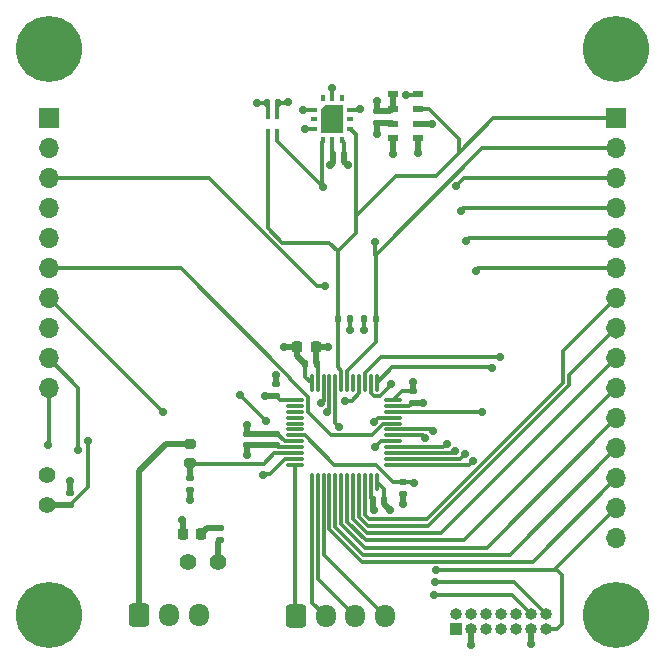
<source format=gbr>
%TF.GenerationSoftware,KiCad,Pcbnew,9.0.0*%
%TF.CreationDate,2025-02-22T16:22:57-05:00*%
%TF.ProjectId,SensorModuleBreakout,53656e73-6f72-44d6-9f64-756c65427265,rev?*%
%TF.SameCoordinates,Original*%
%TF.FileFunction,Copper,L1,Top*%
%TF.FilePolarity,Positive*%
%FSLAX46Y46*%
G04 Gerber Fmt 4.6, Leading zero omitted, Abs format (unit mm)*
G04 Created by KiCad (PCBNEW 9.0.0) date 2025-02-22 16:22:57*
%MOMM*%
%LPD*%
G01*
G04 APERTURE LIST*
G04 Aperture macros list*
%AMRoundRect*
0 Rectangle with rounded corners*
0 $1 Rounding radius*
0 $2 $3 $4 $5 $6 $7 $8 $9 X,Y pos of 4 corners*
0 Add a 4 corners polygon primitive as box body*
4,1,4,$2,$3,$4,$5,$6,$7,$8,$9,$2,$3,0*
0 Add four circle primitives for the rounded corners*
1,1,$1+$1,$2,$3*
1,1,$1+$1,$4,$5*
1,1,$1+$1,$6,$7*
1,1,$1+$1,$8,$9*
0 Add four rect primitives between the rounded corners*
20,1,$1+$1,$2,$3,$4,$5,0*
20,1,$1+$1,$4,$5,$6,$7,0*
20,1,$1+$1,$6,$7,$8,$9,0*
20,1,$1+$1,$8,$9,$2,$3,0*%
%AMFreePoly0*
4,1,14,0.903536,1.153536,0.905000,1.150000,0.905000,-1.150000,0.903536,-1.153536,0.900000,-1.155000,-0.900000,-1.155000,-0.903536,-1.153536,-0.905000,-1.150000,-0.905000,0.850000,-0.903536,0.853536,-0.603536,1.153536,-0.600000,1.155000,0.900000,1.155000,0.903536,1.153536,0.903536,1.153536,$1*%
G04 Aperture macros list end*
%TA.AperFunction,SMDPad,CuDef*%
%ADD10R,0.950000X0.550000*%
%TD*%
%TA.AperFunction,ComponentPad*%
%ADD11RoundRect,0.250000X-0.600000X-0.725000X0.600000X-0.725000X0.600000X0.725000X-0.600000X0.725000X0*%
%TD*%
%TA.AperFunction,ComponentPad*%
%ADD12O,1.700000X1.950000*%
%TD*%
%TA.AperFunction,SMDPad,CuDef*%
%ADD13R,0.550000X0.300000*%
%TD*%
%TA.AperFunction,SMDPad,CuDef*%
%ADD14R,0.300000X0.550000*%
%TD*%
%TA.AperFunction,SMDPad,CuDef*%
%ADD15FreePoly0,0.000000*%
%TD*%
%TA.AperFunction,ComponentPad*%
%ADD16C,5.600000*%
%TD*%
%TA.AperFunction,SMDPad,CuDef*%
%ADD17RoundRect,0.075000X-0.662500X-0.075000X0.662500X-0.075000X0.662500X0.075000X-0.662500X0.075000X0*%
%TD*%
%TA.AperFunction,SMDPad,CuDef*%
%ADD18RoundRect,0.075000X-0.075000X-0.662500X0.075000X-0.662500X0.075000X0.662500X-0.075000X0.662500X0*%
%TD*%
%TA.AperFunction,SMDPad,CuDef*%
%ADD19RoundRect,0.135000X-0.185000X0.135000X-0.185000X-0.135000X0.185000X-0.135000X0.185000X0.135000X0*%
%TD*%
%TA.AperFunction,SMDPad,CuDef*%
%ADD20R,0.300000X0.500000*%
%TD*%
%TA.AperFunction,SMDPad,CuDef*%
%ADD21RoundRect,0.225000X-0.225000X-0.250000X0.225000X-0.250000X0.225000X0.250000X-0.225000X0.250000X0*%
%TD*%
%TA.AperFunction,SMDPad,CuDef*%
%ADD22RoundRect,0.218750X-0.218750X-0.256250X0.218750X-0.256250X0.218750X0.256250X-0.218750X0.256250X0*%
%TD*%
%TA.AperFunction,SMDPad,CuDef*%
%ADD23RoundRect,0.140000X0.140000X0.170000X-0.140000X0.170000X-0.140000X-0.170000X0.140000X-0.170000X0*%
%TD*%
%TA.AperFunction,SMDPad,CuDef*%
%ADD24RoundRect,0.135000X-0.135000X-0.185000X0.135000X-0.185000X0.135000X0.185000X-0.135000X0.185000X0*%
%TD*%
%TA.AperFunction,SMDPad,CuDef*%
%ADD25RoundRect,0.140000X-0.170000X0.140000X-0.170000X-0.140000X0.170000X-0.140000X0.170000X0.140000X0*%
%TD*%
%TA.AperFunction,ComponentPad*%
%ADD26R,1.700000X1.700000*%
%TD*%
%TA.AperFunction,ComponentPad*%
%ADD27O,1.700000X1.700000*%
%TD*%
%TA.AperFunction,ComponentPad*%
%ADD28C,1.400000*%
%TD*%
%TA.AperFunction,SMDPad,CuDef*%
%ADD29RoundRect,0.135000X0.185000X-0.135000X0.185000X0.135000X-0.185000X0.135000X-0.185000X-0.135000X0*%
%TD*%
%TA.AperFunction,SMDPad,CuDef*%
%ADD30RoundRect,0.135000X0.135000X0.185000X-0.135000X0.185000X-0.135000X-0.185000X0.135000X-0.185000X0*%
%TD*%
%TA.AperFunction,SMDPad,CuDef*%
%ADD31RoundRect,0.200000X-0.275000X0.200000X-0.275000X-0.200000X0.275000X-0.200000X0.275000X0.200000X0*%
%TD*%
%TA.AperFunction,SMDPad,CuDef*%
%ADD32RoundRect,0.140000X-0.140000X-0.170000X0.140000X-0.170000X0.140000X0.170000X-0.140000X0.170000X0*%
%TD*%
%TA.AperFunction,SMDPad,CuDef*%
%ADD33RoundRect,0.140000X0.170000X-0.140000X0.170000X0.140000X-0.170000X0.140000X-0.170000X-0.140000X0*%
%TD*%
%TA.AperFunction,ComponentPad*%
%ADD34R,1.000000X1.000000*%
%TD*%
%TA.AperFunction,ComponentPad*%
%ADD35O,1.000000X1.000000*%
%TD*%
%TA.AperFunction,ViaPad*%
%ADD36C,0.700000*%
%TD*%
%TA.AperFunction,Conductor*%
%ADD37C,0.300000*%
%TD*%
%TA.AperFunction,Conductor*%
%ADD38C,0.500000*%
%TD*%
%TA.AperFunction,Conductor*%
%ADD39C,0.200000*%
%TD*%
G04 APERTURE END LIST*
D10*
%TO.P,U5,1,VDD*%
%TO.N,+3V3*%
X135125000Y-59847500D03*
%TO.P,U5,2,PS*%
X135125000Y-61097500D03*
%TO.P,U5,3,GND*%
%TO.N,GND*%
X135125000Y-62347500D03*
%TO.P,U5,4,CSB*%
X135125000Y-63597500D03*
%TO.P,U5,5,CSB*%
X137275000Y-63597500D03*
%TO.P,U5,6,SDO*%
X137275000Y-62347500D03*
%TO.P,U5,7,SDI/SDA*%
%TO.N,SDA*%
X137275000Y-61097500D03*
%TO.P,U5,8,SCLK*%
%TO.N,SCL*%
X137275000Y-59847500D03*
%TD*%
D11*
%TO.P,J5,1,Pin_1*%
%TO.N,CC_TX*%
X126920000Y-104075000D03*
D12*
%TO.P,J5,2,Pin_2*%
%TO.N,CC_RX*%
X129420000Y-104075000D03*
%TO.P,J5,3,Pin_3*%
%TO.N,CC_WKE*%
X131920000Y-104075000D03*
%TO.P,J5,4,Pin_4*%
%TO.N,CC_RDY*%
X134420000Y-104075000D03*
%TD*%
D13*
%TO.P,U3,1,VSS*%
%TO.N,GND*%
X128475000Y-61200000D03*
%TO.P,U3,2,RESERVED*%
%TO.N,unconnected-(U3-RESERVED-Pad2)*%
X128475000Y-62000000D03*
%TO.P,U3,3,ADDR*%
%TO.N,GND*%
X128475000Y-62800000D03*
D14*
%TO.P,U3,4,SCL*%
%TO.N,SCL*%
X129200000Y-63775000D03*
%TO.P,U3,5,VSS__1*%
%TO.N,GND*%
X130000000Y-63775000D03*
%TO.P,U3,6,VDD*%
%TO.N,+3V3*%
X130800000Y-63775000D03*
D13*
%TO.P,U3,7,SDA*%
%TO.N,SDA*%
X131525000Y-62800000D03*
%TO.P,U3,8,RESERVED__1*%
%TO.N,unconnected-(U3-RESERVED__1-Pad8)*%
X131525000Y-62000000D03*
%TO.P,U3,9,VSS__2*%
%TO.N,GND*%
X131525000Y-61200000D03*
D14*
%TO.P,U3,10,RESERVED__2*%
%TO.N,unconnected-(U3-RESERVED__2-Pad10)*%
X130800000Y-60225000D03*
%TO.P,U3,11,VSS__3*%
%TO.N,GND*%
X130000000Y-60225000D03*
%TO.P,U3,12,RESERVED__3*%
%TO.N,unconnected-(U3-RESERVED__3-Pad12)*%
X129200000Y-60225000D03*
D15*
%TO.P,U3,13,EXP*%
%TO.N,GND*%
X130000000Y-62000000D03*
%TD*%
D16*
%TO.P,H2,1,1*%
%TO.N,GND*%
X154000000Y-56000000D03*
%TD*%
D17*
%TO.P,U1,1,VBAT*%
%TO.N,+3V3*%
X126837500Y-85750000D03*
%TO.P,U1,2,PC13*%
%TO.N,unconnected-(U1-PC13-Pad2)*%
X126837500Y-86250000D03*
%TO.P,U1,3,PC14*%
%TO.N,unconnected-(U1-PC14-Pad3)*%
X126837500Y-86750000D03*
%TO.P,U1,4,PC15*%
%TO.N,unconnected-(U1-PC15-Pad4)*%
X126837500Y-87250000D03*
%TO.P,U1,5,PF0*%
%TO.N,unconnected-(U1-PF0-Pad5)*%
X126837500Y-87750000D03*
%TO.P,U1,6,PF1*%
%TO.N,unconnected-(U1-PF1-Pad6)*%
X126837500Y-88250000D03*
%TO.P,U1,7,PF2*%
%TO.N,NRST*%
X126837500Y-88750000D03*
%TO.P,U1,8,VSSA*%
%TO.N,GND*%
X126837500Y-89250000D03*
%TO.P,U1,9,VDDA*%
%TO.N,+3V3*%
X126837500Y-89750000D03*
%TO.P,U1,10,PA0*%
%TO.N,Net-(U1-PA0)*%
X126837500Y-90250000D03*
%TO.P,U1,11,PA1*%
%TO.N,PA1*%
X126837500Y-90750000D03*
%TO.P,U1,12,PA2*%
%TO.N,CC_TX*%
X126837500Y-91250000D03*
D18*
%TO.P,U1,13,PA3*%
%TO.N,CC_RX*%
X128250000Y-92662500D03*
%TO.P,U1,14,PA4*%
%TO.N,CC_WKE*%
X128750000Y-92662500D03*
%TO.P,U1,15,PA5*%
%TO.N,CC_RDY*%
X129250000Y-92662500D03*
%TO.P,U1,16,PA6*%
%TO.N,PA6*%
X129750000Y-92662500D03*
%TO.P,U1,17,PA7*%
%TO.N,PA7*%
X130250000Y-92662500D03*
%TO.P,U1,18,PB0*%
%TO.N,PB0*%
X130750000Y-92662500D03*
%TO.P,U1,19,PB1*%
%TO.N,PB1*%
X131250000Y-92662500D03*
%TO.P,U1,20,PB2*%
%TO.N,PB2*%
X131750000Y-92662500D03*
%TO.P,U1,21,PB10*%
%TO.N,PB10*%
X132250000Y-92662500D03*
%TO.P,U1,22,PB11*%
%TO.N,PB11*%
X132750000Y-92662500D03*
%TO.P,U1,23,VSS*%
%TO.N,GND*%
X133250000Y-92662500D03*
%TO.P,U1,24,VDD*%
%TO.N,+3V3*%
X133750000Y-92662500D03*
D17*
%TO.P,U1,25,PB12*%
%TO.N,PB12*%
X135162500Y-91250000D03*
%TO.P,U1,26,PB13*%
%TO.N,PB13*%
X135162500Y-90750000D03*
%TO.P,U1,27,PB14*%
%TO.N,PB14*%
X135162500Y-90250000D03*
%TO.P,U1,28,PB15*%
%TO.N,PB15*%
X135162500Y-89750000D03*
%TO.P,U1,29,PA8*%
%TO.N,PA8*%
X135162500Y-89250000D03*
%TO.P,U1,30,PA9*%
%TO.N,VCP_TX*%
X135162500Y-88750000D03*
%TO.P,U1,31,PA10*%
%TO.N,VCP_RX*%
X135162500Y-88250000D03*
%TO.P,U1,32,PA11*%
%TO.N,PA11*%
X135162500Y-87750000D03*
%TO.P,U1,33,PA12*%
%TO.N,PA12*%
X135162500Y-87250000D03*
%TO.P,U1,34,PA13*%
%TO.N,JTMS{slash}SWDIO*%
X135162500Y-86750000D03*
%TO.P,U1,35,VSS*%
%TO.N,GND*%
X135162500Y-86250000D03*
%TO.P,U1,36,VDD*%
%TO.N,+3V3*%
X135162500Y-85750000D03*
D18*
%TO.P,U1,37,PA14*%
%TO.N,JTCK_SWCLK*%
X133750000Y-84337500D03*
%TO.P,U1,38,PA15*%
%TO.N,PA15*%
X133250000Y-84337500D03*
%TO.P,U1,39,PB3*%
%TO.N,JTDO{slash}SWO*%
X132750000Y-84337500D03*
%TO.P,U1,40,PB4*%
%TO.N,PB4*%
X132250000Y-84337500D03*
%TO.P,U1,41,PB5*%
%TO.N,unconnected-(U1-PB5-Pad41)*%
X131750000Y-84337500D03*
%TO.P,U1,42,PB6*%
%TO.N,SCL*%
X131250000Y-84337500D03*
%TO.P,U1,43,PB7*%
%TO.N,SDA*%
X130750000Y-84337500D03*
%TO.P,U1,44,PF3*%
%TO.N,/BOOT0*%
X130250000Y-84337500D03*
%TO.P,U1,45,PB8*%
%TO.N,PB8*%
X129750000Y-84337500D03*
%TO.P,U1,46,PB9*%
%TO.N,PB9*%
X129250000Y-84337500D03*
%TO.P,U1,47,VSS*%
%TO.N,GND*%
X128750000Y-84337500D03*
%TO.P,U1,48,VDD*%
%TO.N,+3V3*%
X128250000Y-84337500D03*
%TD*%
D19*
%TO.P,R6,1*%
%TO.N,Net-(D1-A)*%
X120500000Y-96590000D03*
%TO.P,R6,2*%
%TO.N,Net-(JP2-A)*%
X120500000Y-97610000D03*
%TD*%
D20*
%TO.P,U2,1,SDA*%
%TO.N,SDA*%
X124525000Y-63100000D03*
%TO.P,U2,2,SCL*%
%TO.N,SCL*%
X125325000Y-63100000D03*
%TO.P,U2,3,VDD*%
%TO.N,+3V3*%
X125325000Y-61700000D03*
%TO.P,U2,4,VSS*%
%TO.N,GND*%
X124525000Y-61700000D03*
%TD*%
D21*
%TO.P,C1,1*%
%TO.N,+3V3*%
X127025000Y-81300000D03*
%TO.P,C1,2*%
%TO.N,GND*%
X128575000Y-81300000D03*
%TD*%
D22*
%TO.P,D1,1,K*%
%TO.N,GND*%
X117312500Y-97100000D03*
%TO.P,D1,2,A*%
%TO.N,Net-(D1-A)*%
X118887500Y-97100000D03*
%TD*%
D23*
%TO.P,C9,1*%
%TO.N,+3V3*%
X125405000Y-60600000D03*
%TO.P,C9,2*%
%TO.N,GND*%
X124445000Y-60600000D03*
%TD*%
D16*
%TO.P,H3,1,1*%
%TO.N,GND*%
X106000000Y-104000000D03*
%TD*%
D23*
%TO.P,C4,1*%
%TO.N,+3V3*%
X134380000Y-94250000D03*
%TO.P,C4,2*%
%TO.N,GND*%
X133420000Y-94250000D03*
%TD*%
D24*
%TO.P,R2,1*%
%TO.N,+3V3*%
X132650000Y-78900000D03*
%TO.P,R2,2*%
%TO.N,SCL*%
X133670000Y-78900000D03*
%TD*%
D19*
%TO.P,R5,1*%
%TO.N,Net-(U1-PA0)*%
X117950000Y-92390000D03*
%TO.P,R5,2*%
%TO.N,GND*%
X117950000Y-93410000D03*
%TD*%
D25*
%TO.P,C12,1*%
%TO.N,NRST*%
X135950000Y-92720000D03*
%TO.P,C12,2*%
%TO.N,GND*%
X135950000Y-93680000D03*
%TD*%
D26*
%TO.P,J2,1,Pin_1*%
%TO.N,+3V3*%
X106000000Y-61920000D03*
D27*
%TO.P,J2,2,Pin_2*%
%TO.N,GND*%
X106000000Y-64460000D03*
%TO.P,J2,3,Pin_3*%
%TO.N,PB4*%
X106000000Y-67000000D03*
%TO.P,J2,4,Pin_4*%
%TO.N,PA15*%
X106000000Y-69540000D03*
%TO.P,J2,5,Pin_5*%
%TO.N,PA12*%
X106000000Y-72080000D03*
%TO.P,J2,6,Pin_6*%
%TO.N,PA11*%
X106000000Y-74620000D03*
%TO.P,J2,7,Pin_7*%
%TO.N,PB8*%
X106000000Y-77160000D03*
%TO.P,J2,8,Pin_8*%
%TO.N,PB9*%
X106000000Y-79700000D03*
%TO.P,J2,9,Pin_9*%
%TO.N,PA8*%
X106000000Y-82240000D03*
%TO.P,J2,10,Pin_10*%
%TO.N,PA1*%
X106000000Y-84780000D03*
%TD*%
D28*
%TO.P,JP2,1,A*%
%TO.N,Net-(JP2-A)*%
X120350000Y-99500000D03*
%TO.P,JP2,2,B*%
%TO.N,+3V3*%
X117810000Y-99500000D03*
%TD*%
D16*
%TO.P,H4,1,1*%
%TO.N,GND*%
X154000000Y-104000000D03*
%TD*%
D29*
%TO.P,R1,1*%
%TO.N,/BOOT0*%
X107800000Y-94660000D03*
%TO.P,R1,2*%
%TO.N,GND*%
X107800000Y-93640000D03*
%TD*%
D30*
%TO.P,R3,1*%
%TO.N,+3V3*%
X131470000Y-78900000D03*
%TO.P,R3,2*%
%TO.N,SDA*%
X130450000Y-78900000D03*
%TD*%
D31*
%TO.P,R4,1*%
%TO.N,VBAT*%
X117950000Y-89475000D03*
%TO.P,R4,2*%
%TO.N,Net-(U1-PA0)*%
X117950000Y-91125000D03*
%TD*%
D16*
%TO.P,H1,1,1*%
%TO.N,GND*%
X106000000Y-56000000D03*
%TD*%
D32*
%TO.P,C2,1*%
%TO.N,+3V3*%
X127720000Y-82700000D03*
%TO.P,C2,2*%
%TO.N,GND*%
X128680000Y-82700000D03*
%TD*%
D33*
%TO.P,C8,1*%
%TO.N,+3V3*%
X122800000Y-89580000D03*
%TO.P,C8,2*%
%TO.N,GND*%
X122800000Y-88620000D03*
%TD*%
D23*
%TO.P,C10,1*%
%TO.N,+3V3*%
X131005000Y-65000000D03*
%TO.P,C10,2*%
%TO.N,GND*%
X130045000Y-65000000D03*
%TD*%
D34*
%TO.P,J1,1,NC*%
%TO.N,unconnected-(J1-NC-Pad1)*%
X140430000Y-105150000D03*
D35*
%TO.P,J1,2,NC*%
%TO.N,unconnected-(J1-NC-Pad2)*%
X140430000Y-103880000D03*
%TO.P,J1,3,VCC*%
%TO.N,+3V3*%
X141700000Y-105150000D03*
%TO.P,J1,4,JTMS/SWDIO*%
%TO.N,JTMS{slash}SWDIO*%
X141700000Y-103880000D03*
%TO.P,J1,5,GND*%
%TO.N,GND*%
X142970000Y-105150000D03*
%TO.P,J1,6,JCLK/SWCLK*%
%TO.N,JTCK_SWCLK*%
X142970000Y-103880000D03*
%TO.P,J1,7,GND*%
%TO.N,GND*%
X144240000Y-105150000D03*
%TO.P,J1,8,JTDO/SWO*%
%TO.N,JTDO{slash}SWO*%
X144240000Y-103880000D03*
%TO.P,J1,9,JRCLK/NC*%
%TO.N,unconnected-(J1-JRCLK{slash}NC-Pad9)*%
X145510000Y-105150000D03*
%TO.P,J1,10,JTDI/NC*%
%TO.N,unconnected-(J1-JTDI{slash}NC-Pad10)*%
X145510000Y-103880000D03*
%TO.P,J1,11,GNDDetect*%
%TO.N,GND*%
X146780000Y-105150000D03*
%TO.P,J1,12,~{RST}*%
%TO.N,NRST*%
X146780000Y-103880000D03*
%TO.P,J1,13,VCP_RX*%
%TO.N,VCP_RX*%
X148050000Y-105150000D03*
%TO.P,J1,14,VCP_TX*%
%TO.N,VCP_TX*%
X148050000Y-103880000D03*
%TD*%
D26*
%TO.P,J3,1,Pin_1*%
%TO.N,SDA*%
X154000000Y-61920000D03*
D27*
%TO.P,J3,2,Pin_2*%
%TO.N,SCL*%
X154000000Y-64460000D03*
%TO.P,J3,3,Pin_3*%
%TO.N,PB15*%
X154000000Y-67000000D03*
%TO.P,J3,4,Pin_4*%
%TO.N,PB14*%
X154000000Y-69540000D03*
%TO.P,J3,5,Pin_5*%
%TO.N,PB13*%
X154000000Y-72080000D03*
%TO.P,J3,6,Pin_6*%
%TO.N,PB12*%
X154000000Y-74620000D03*
%TO.P,J3,7,Pin_7*%
%TO.N,PB11*%
X154000000Y-77160000D03*
%TO.P,J3,8,Pin_8*%
%TO.N,PB10*%
X154000000Y-79700000D03*
%TO.P,J3,9,Pin_9*%
%TO.N,PB2*%
X154000000Y-82240000D03*
%TO.P,J3,10,Pin_10*%
%TO.N,PB1*%
X154000000Y-84780000D03*
%TO.P,J3,11,Pin_11*%
%TO.N,PB0*%
X154000000Y-87320000D03*
%TO.P,J3,12,Pin_12*%
%TO.N,PA7*%
X154000000Y-89860000D03*
%TO.P,J3,13,Pin_13*%
%TO.N,PA6*%
X154000000Y-92400000D03*
%TO.P,J3,14,Pin_14*%
%TO.N,VCP_RX*%
X154000000Y-94940000D03*
%TO.P,J3,15,Pin_15*%
%TO.N,VCP_TX*%
X154000000Y-97480000D03*
%TD*%
D11*
%TO.P,J4,1,Pin_1*%
%TO.N,VBAT*%
X113670000Y-104000000D03*
D12*
%TO.P,J4,2,Pin_2*%
%TO.N,GND*%
X116170000Y-104000000D03*
%TO.P,J4,3,Pin_3*%
%TO.N,+3V3*%
X118670000Y-104000000D03*
%TD*%
D28*
%TO.P,JP1,1,A*%
%TO.N,+3V3*%
X105850000Y-92100000D03*
%TO.P,JP1,2,B*%
%TO.N,/BOOT0*%
X105850000Y-94640000D03*
%TD*%
D25*
%TO.P,C3,1*%
%TO.N,+3V3*%
X136800000Y-85020000D03*
%TO.P,C3,2*%
%TO.N,GND*%
X136800000Y-85980000D03*
%TD*%
D33*
%TO.P,C7,1*%
%TO.N,+3V3*%
X124000000Y-89580000D03*
%TO.P,C7,2*%
%TO.N,GND*%
X124000000Y-88620000D03*
%TD*%
D25*
%TO.P,C11,1*%
%TO.N,+3V3*%
X133750000Y-61320000D03*
%TO.P,C11,2*%
%TO.N,GND*%
X133750000Y-62280000D03*
%TD*%
D33*
%TO.P,C6,1*%
%TO.N,+3V3*%
X125200000Y-89580000D03*
%TO.P,C6,2*%
%TO.N,GND*%
X125200000Y-88620000D03*
%TD*%
%TO.P,C5,1*%
%TO.N,+3V3*%
X125200000Y-85380000D03*
%TO.P,C5,2*%
%TO.N,GND*%
X125200000Y-84420000D03*
%TD*%
D36*
%TO.N,SCL*%
X136250000Y-59900000D03*
%TO.N,GND*%
X138450000Y-62350000D03*
X137250000Y-64850000D03*
X135100000Y-64900000D03*
%TO.N,+3V3*%
X133750000Y-60400000D03*
%TO.N,GND*%
X133750000Y-63250000D03*
%TO.N,+3V3*%
X134850000Y-95050000D03*
X136800000Y-84200000D03*
X124300000Y-85400000D03*
X131300000Y-65900000D03*
X126250000Y-60550000D03*
X131500000Y-79850000D03*
X141700000Y-106500000D03*
X122800000Y-90450000D03*
X125900000Y-81300000D03*
X132650000Y-79800000D03*
%TO.N,GND*%
X130000000Y-62000000D03*
X137650000Y-86000000D03*
X133550000Y-95050000D03*
X129800000Y-65900000D03*
X125200000Y-83600000D03*
X146800000Y-106400000D03*
X117300000Y-95900000D03*
X123600000Y-60600000D03*
X122800000Y-87850000D03*
X135950000Y-94550000D03*
X127550000Y-61200000D03*
X117950000Y-94250000D03*
X130000000Y-59300000D03*
X127650000Y-62800000D03*
X132350000Y-61150000D03*
X107800000Y-92600000D03*
X129650000Y-81300000D03*
%TO.N,VCP_TX*%
X137850000Y-88950000D03*
X138700000Y-101200000D03*
%TO.N,JTDO{slash}SWO*%
X144200000Y-82150000D03*
%TO.N,JTCK_SWCLK*%
X143500000Y-83050000D03*
%TO.N,JTMS{slash}SWDIO*%
X142700000Y-86750000D03*
%TO.N,NRST*%
X138600000Y-102300000D03*
X136950000Y-92800000D03*
%TO.N,VCP_RX*%
X138513440Y-88341846D03*
X138750000Y-100150000D03*
%TO.N,SCL*%
X129200000Y-67700000D03*
X133650000Y-72350000D03*
%TO.N,PA15*%
X135000000Y-84400000D03*
%TO.N,PB15*%
X140500000Y-67650000D03*
X139700000Y-89450000D03*
%TO.N,PB13*%
X141221166Y-90369362D03*
X141350000Y-72300000D03*
%TO.N,PB14*%
X140850000Y-69750000D03*
X140387049Y-90031350D03*
%TO.N,PB12*%
X141905106Y-90954367D03*
X142150000Y-74800000D03*
%TO.N,PA8*%
X133600000Y-89750000D03*
X108500000Y-90000000D03*
%TO.N,PA12*%
X122150000Y-85300000D03*
X124400000Y-87550000D03*
X133490965Y-87590965D03*
%TO.N,PB9*%
X129050000Y-86000000D03*
%TO.N,PB8*%
X115650000Y-86800000D03*
X129533189Y-86759297D03*
%TO.N,PA1*%
X124150000Y-92100000D03*
X105950000Y-89550000D03*
%TO.N,PB4*%
X131050000Y-85800000D03*
X129350000Y-76100000D03*
%TO.N,/BOOT0*%
X130600000Y-88050000D03*
X109350000Y-89250000D03*
%TD*%
D37*
%TO.N,SCL*%
X137222500Y-59900000D02*
X137275000Y-59847500D01*
X136250000Y-59900000D02*
X137222500Y-59900000D01*
%TO.N,SDA*%
X138188864Y-61097500D02*
X137275000Y-61097500D01*
X140725000Y-63633636D02*
X138188864Y-61097500D01*
X140725000Y-64825000D02*
X140725000Y-63633636D01*
X140725000Y-64825000D02*
X143630000Y-61920000D01*
D38*
%TO.N,GND*%
X138447500Y-62347500D02*
X138450000Y-62350000D01*
X137275000Y-62347500D02*
X138447500Y-62347500D01*
X137275000Y-64825000D02*
X137250000Y-64850000D01*
X137275000Y-63597500D02*
X137275000Y-64825000D01*
X135125000Y-64875000D02*
X135100000Y-64900000D01*
X135125000Y-63597500D02*
X135125000Y-64875000D01*
%TO.N,+3V3*%
X133750000Y-61320000D02*
X133750000Y-60400000D01*
X135125000Y-61097500D02*
X135125000Y-59847500D01*
X134902500Y-61320000D02*
X135125000Y-61097500D01*
X133750000Y-61320000D02*
X134902500Y-61320000D01*
%TO.N,GND*%
X133750000Y-62280000D02*
X133750000Y-63250000D01*
X135057500Y-62280000D02*
X135125000Y-62347500D01*
X133750000Y-62280000D02*
X135057500Y-62280000D01*
D37*
%TO.N,SDA*%
X143630000Y-61920000D02*
X154000000Y-61920000D01*
X138750000Y-66800000D02*
X140725000Y-64825000D01*
X135350000Y-66800000D02*
X138750000Y-66800000D01*
X132000000Y-70150000D02*
X135350000Y-66800000D01*
X132000000Y-70450000D02*
X132000000Y-70150000D01*
D38*
%TO.N,+3V3*%
X131005000Y-65000000D02*
X131005000Y-65605000D01*
D37*
X134380000Y-93292500D02*
X134380000Y-94250000D01*
X133750000Y-92662500D02*
X134380000Y-93292500D01*
D38*
X136800000Y-85020000D02*
X136800000Y-84200000D01*
D37*
X126200000Y-60600000D02*
X126250000Y-60550000D01*
X132650000Y-78900000D02*
X132650000Y-79800000D01*
X125200000Y-89580000D02*
X125370000Y-89750000D01*
D38*
X127025000Y-82005000D02*
X127720000Y-82700000D01*
D37*
X125570000Y-85750000D02*
X125200000Y-85380000D01*
X125325000Y-60680000D02*
X125405000Y-60600000D01*
D38*
X131005000Y-65605000D02*
X131300000Y-65900000D01*
X125200000Y-89580000D02*
X124000000Y-89580000D01*
X134380000Y-94250000D02*
X134380000Y-94580000D01*
X127025000Y-81300000D02*
X125900000Y-81300000D01*
D37*
X125405000Y-60600000D02*
X126200000Y-60600000D01*
X131470000Y-78900000D02*
X131470000Y-79820000D01*
D38*
X134380000Y-94580000D02*
X134850000Y-95050000D01*
D37*
X128250000Y-84337500D02*
X127720000Y-83807500D01*
X135162500Y-85750000D02*
X135892500Y-85020000D01*
X125370000Y-89750000D02*
X126837500Y-89750000D01*
X126837500Y-85750000D02*
X125570000Y-85750000D01*
D38*
X127025000Y-81300000D02*
X127025000Y-82005000D01*
D37*
X135892500Y-85020000D02*
X136800000Y-85020000D01*
D38*
X122800000Y-89580000D02*
X122800000Y-90450000D01*
D37*
X127720000Y-83807500D02*
X127720000Y-82700000D01*
X131470000Y-79820000D02*
X131500000Y-79850000D01*
D38*
X141700000Y-105150000D02*
X141700000Y-106500000D01*
X124000000Y-89580000D02*
X122800000Y-89580000D01*
D37*
X131005000Y-63980000D02*
X130800000Y-63775000D01*
D38*
X124320000Y-85380000D02*
X124300000Y-85400000D01*
D37*
X131005000Y-65000000D02*
X131005000Y-63980000D01*
D38*
X125200000Y-85380000D02*
X124320000Y-85380000D01*
D37*
X125325000Y-61700000D02*
X125325000Y-60680000D01*
%TO.N,GND*%
X128680000Y-82700000D02*
X128750000Y-82770000D01*
X124445000Y-60600000D02*
X123600000Y-60600000D01*
D38*
X130045000Y-65655000D02*
X129800000Y-65900000D01*
D37*
X133250000Y-92662500D02*
X133250000Y-94080000D01*
X128475000Y-61200000D02*
X127550000Y-61200000D01*
D38*
X133420000Y-94920000D02*
X133550000Y-95050000D01*
X117312500Y-97100000D02*
X117312500Y-95912500D01*
D37*
X125950000Y-89250000D02*
X126837500Y-89250000D01*
D38*
X117950000Y-93410000D02*
X117950000Y-94250000D01*
X128575000Y-81300000D02*
X129650000Y-81300000D01*
X136800000Y-85980000D02*
X137630000Y-85980000D01*
X133420000Y-94250000D02*
X133420000Y-94920000D01*
D37*
X136530000Y-86250000D02*
X136800000Y-85980000D01*
X124525000Y-61700000D02*
X124525000Y-60680000D01*
D38*
X117312500Y-95912500D02*
X117300000Y-95900000D01*
X128575000Y-82595000D02*
X128680000Y-82700000D01*
D37*
X124525000Y-60680000D02*
X124445000Y-60600000D01*
X133250000Y-94080000D02*
X133420000Y-94250000D01*
D38*
X137630000Y-85980000D02*
X137650000Y-86000000D01*
X122800000Y-88620000D02*
X124000000Y-88620000D01*
D37*
X125200000Y-88620000D02*
X125320000Y-88620000D01*
D38*
X107800000Y-93640000D02*
X107800000Y-92600000D01*
D37*
X135162500Y-86250000D02*
X136530000Y-86250000D01*
X125320000Y-88620000D02*
X125950000Y-89250000D01*
D38*
X135950000Y-93680000D02*
X135950000Y-94550000D01*
X128575000Y-81300000D02*
X128575000Y-82595000D01*
D37*
X130000000Y-60225000D02*
X130000000Y-59300000D01*
X128475000Y-62800000D02*
X127650000Y-62800000D01*
D38*
X124000000Y-88620000D02*
X125200000Y-88620000D01*
X122800000Y-88620000D02*
X122800000Y-87850000D01*
D37*
X132300000Y-61200000D02*
X132350000Y-61150000D01*
X131525000Y-61200000D02*
X132300000Y-61200000D01*
D38*
X125200000Y-84420000D02*
X125200000Y-83600000D01*
X130045000Y-65000000D02*
X130045000Y-65655000D01*
D37*
X130000000Y-64955000D02*
X130045000Y-65000000D01*
X128750000Y-82770000D02*
X128750000Y-84337500D01*
X130000000Y-63775000D02*
X130000000Y-64955000D01*
D38*
X146780000Y-105150000D02*
X146780000Y-106380000D01*
X146780000Y-106380000D02*
X146800000Y-106400000D01*
%TO.N,VBAT*%
X113670000Y-104000000D02*
X113670000Y-91730000D01*
X113670000Y-91730000D02*
X115925000Y-89475000D01*
X115925000Y-89475000D02*
X117950000Y-89475000D01*
%TO.N,Net-(D1-A)*%
X120500000Y-96590000D02*
X119397500Y-96590000D01*
X119397500Y-96590000D02*
X118887500Y-97100000D01*
D37*
%TO.N,VCP_TX*%
X138700000Y-101200000D02*
X145370000Y-101200000D01*
X145370000Y-101200000D02*
X148050000Y-103880000D01*
X135162500Y-88750000D02*
X137650000Y-88750000D01*
X137650000Y-88750000D02*
X137850000Y-88950000D01*
%TO.N,JTDO{slash}SWO*%
X132750000Y-83496880D02*
X132750000Y-84337500D01*
X144250000Y-103870000D02*
X144240000Y-103880000D01*
X134146880Y-82100000D02*
X132750000Y-83496880D01*
X144150000Y-82100000D02*
X144200000Y-82150000D01*
X134146880Y-82100000D02*
X144150000Y-82100000D01*
%TO.N,JTCK_SWCLK*%
X135087500Y-83000000D02*
X143450000Y-83000000D01*
X135087500Y-83000000D02*
X133750000Y-84337500D01*
X143000000Y-103850000D02*
X142970000Y-103880000D01*
X143450000Y-83000000D02*
X143500000Y-83050000D01*
%TO.N,JTMS{slash}SWDIO*%
X139350000Y-86750000D02*
X142700000Y-86750000D01*
X139350000Y-86750000D02*
X135162500Y-86750000D01*
%TO.N,NRST*%
X126837500Y-88750000D02*
X127678120Y-88750000D01*
X135148120Y-92720000D02*
X135950000Y-92720000D01*
X136870000Y-92720000D02*
X136950000Y-92800000D01*
X138600000Y-102300000D02*
X145200000Y-102300000D01*
X133678120Y-91250000D02*
X135148120Y-92720000D01*
X130178120Y-91250000D02*
X133678120Y-91250000D01*
X145200000Y-102300000D02*
X146780000Y-103880000D01*
X135950000Y-92720000D02*
X136870000Y-92720000D01*
X127678120Y-88750000D02*
X130178120Y-91250000D01*
%TO.N,VCP_RX*%
X149450000Y-104700000D02*
X149000000Y-105150000D01*
X138750000Y-100150000D02*
X148790000Y-100150000D01*
X148790000Y-100150000D02*
X149000000Y-100150000D01*
X138421594Y-88250000D02*
X138513440Y-88341846D01*
X135162500Y-88250000D02*
X138421594Y-88250000D01*
X149450000Y-100600000D02*
X149450000Y-104700000D01*
X149000000Y-105150000D02*
X148050000Y-105150000D01*
X149000000Y-100150000D02*
X149450000Y-100600000D01*
X148790000Y-100150000D02*
X154000000Y-94940000D01*
%TO.N,SCL*%
X133650000Y-73460000D02*
X133650000Y-72350000D01*
X129200000Y-67700000D02*
X125325000Y-63825000D01*
X129100000Y-67600000D02*
X129100000Y-63875000D01*
X129200000Y-67700000D02*
X129100000Y-67600000D01*
D39*
X125325000Y-63200000D02*
X125325000Y-63100000D01*
D37*
X131250000Y-83289774D02*
X133670000Y-80869774D01*
X133670000Y-73480000D02*
X133650000Y-73460000D01*
X129100000Y-63875000D02*
X129200000Y-63775000D01*
X133670000Y-80869774D02*
X133670000Y-78900000D01*
X125325000Y-63825000D02*
X125325000Y-63100000D01*
X133670000Y-78900000D02*
X133670000Y-73480000D01*
X131250000Y-84337500D02*
X131250000Y-83289774D01*
X142690000Y-64460000D02*
X154000000Y-64460000D01*
X133670000Y-73480000D02*
X142690000Y-64460000D01*
%TO.N,SDA*%
X130750000Y-84337500D02*
X130750000Y-83300000D01*
X129750000Y-72450000D02*
X125750000Y-72450000D01*
X130450000Y-73150000D02*
X132000000Y-71600000D01*
X130450000Y-78900000D02*
X130450000Y-73150000D01*
X132000000Y-71600000D02*
X132000000Y-70450000D01*
X130450000Y-73150000D02*
X129750000Y-72450000D01*
X125750000Y-72450000D02*
X124525000Y-71225000D01*
X132000000Y-70450000D02*
X132000000Y-63275000D01*
X130450000Y-83000000D02*
X130450000Y-78900000D01*
X124525000Y-71225000D02*
X124525000Y-63100000D01*
X130750000Y-83300000D02*
X130450000Y-83000000D01*
X132000000Y-63275000D02*
X131525000Y-62800000D01*
%TO.N,PA11*%
X126441274Y-83851324D02*
X117209950Y-74620000D01*
X133321880Y-88750000D02*
X129875000Y-88750000D01*
X117209950Y-74620000D02*
X106000000Y-74620000D01*
X126441274Y-84013154D02*
X126441274Y-83851324D01*
X127925000Y-86800000D02*
X127925000Y-85496880D01*
X127925000Y-85496880D02*
X126441274Y-84013154D01*
X129875000Y-88750000D02*
X127925000Y-86800000D01*
X135162500Y-87750000D02*
X134321880Y-87750000D01*
X134321880Y-87750000D02*
X133321880Y-88750000D01*
%TO.N,PA15*%
X133496880Y-85425000D02*
X134025000Y-85425000D01*
X133250000Y-85178120D02*
X133496880Y-85425000D01*
X134025000Y-85425000D02*
X135000000Y-84450000D01*
X133250000Y-84337500D02*
X133250000Y-85178120D01*
X135000000Y-84450000D02*
X135000000Y-84400000D01*
%TO.N,PA7*%
X130250000Y-92662500D02*
X130250000Y-96485534D01*
X132614466Y-98850000D02*
X145010000Y-98850000D01*
X130250000Y-96485534D02*
X132614466Y-98850000D01*
X145010000Y-98850000D02*
X154000000Y-89860000D01*
%TO.N,PB0*%
X130750000Y-96278427D02*
X131978679Y-97507107D01*
X143070000Y-98250000D02*
X154000000Y-87320000D01*
X131978679Y-97507107D02*
X132721572Y-98250000D01*
X132721572Y-98250000D02*
X143070000Y-98250000D01*
X130750000Y-92662500D02*
X130750000Y-96278427D01*
%TO.N,PB2*%
X131750000Y-92662500D02*
X131750000Y-95864214D01*
X139190000Y-97050000D02*
X154000000Y-82240000D01*
X132935786Y-97050000D02*
X139190000Y-97050000D01*
X131750000Y-95864214D02*
X132935786Y-97050000D01*
%TO.N,PB10*%
X154000000Y-80400000D02*
X154000000Y-79700000D01*
X132250000Y-95657107D02*
X133042893Y-96450000D01*
X132250000Y-92662500D02*
X132250000Y-95657107D01*
X133042893Y-96450000D02*
X138106529Y-96450000D01*
X138106529Y-96450000D02*
X150050000Y-84506529D01*
X150050000Y-84506529D02*
X150050000Y-83650000D01*
X150050000Y-83650000D02*
X154000000Y-79700000D01*
%TO.N,PB1*%
X141130000Y-97650000D02*
X154000000Y-84780000D01*
X132828679Y-97650000D02*
X141130000Y-97650000D01*
X131250000Y-96071321D02*
X132828679Y-97650000D01*
X131250000Y-92662500D02*
X131250000Y-96071321D01*
%TO.N,PA6*%
X129750000Y-96692641D02*
X132507359Y-99450000D01*
X132507359Y-99450000D02*
X146950000Y-99450000D01*
X129750000Y-92662500D02*
X129750000Y-96692641D01*
X146950000Y-99450000D02*
X154000000Y-92400000D01*
%TO.N,PB11*%
X132750000Y-95450000D02*
X133100000Y-95800000D01*
X133100000Y-95800000D02*
X138049423Y-95800000D01*
X149550000Y-81610000D02*
X154000000Y-77160000D01*
X132750000Y-92662500D02*
X132750000Y-95450000D01*
X149550000Y-84299423D02*
X149550000Y-81610000D01*
X138049423Y-95800000D02*
X149550000Y-84299423D01*
%TO.N,PB15*%
X140500000Y-67650000D02*
X141150000Y-67000000D01*
X139400000Y-89750000D02*
X139700000Y-89450000D01*
X135162500Y-89750000D02*
X139400000Y-89750000D01*
X141150000Y-67000000D02*
X154000000Y-67000000D01*
%TO.N,PB13*%
X135162500Y-90750000D02*
X140840528Y-90750000D01*
X141350000Y-72300000D02*
X141570000Y-72080000D01*
X141570000Y-72080000D02*
X154000000Y-72080000D01*
X140840528Y-90750000D02*
X141221166Y-90369362D01*
%TO.N,PB14*%
X140850000Y-69750000D02*
X141060000Y-69540000D01*
X140168399Y-90250000D02*
X140387049Y-90031350D01*
X141060000Y-69540000D02*
X154000000Y-69540000D01*
X135162500Y-90250000D02*
X140168399Y-90250000D01*
%TO.N,PB12*%
X142330000Y-74620000D02*
X154000000Y-74620000D01*
X142150000Y-74800000D02*
X142330000Y-74620000D01*
X141609473Y-91250000D02*
X141905106Y-90954367D01*
X135162500Y-91250000D02*
X141609473Y-91250000D01*
%TO.N,PA8*%
X135162500Y-89250000D02*
X134100000Y-89250000D01*
X108500000Y-84740000D02*
X106000000Y-82240000D01*
X134100000Y-89250000D02*
X133600000Y-89750000D01*
X108500000Y-90000000D02*
X108500000Y-84740000D01*
%TO.N,PA12*%
X124400000Y-87550000D02*
X122150000Y-85300000D01*
X133831930Y-87250000D02*
X133490965Y-87590965D01*
X135162500Y-87250000D02*
X133831930Y-87250000D01*
%TO.N,PB9*%
X129250000Y-85800000D02*
X129050000Y-86000000D01*
X129250000Y-84337500D02*
X129250000Y-85800000D01*
X106150000Y-79700000D02*
X106000000Y-79700000D01*
%TO.N,PB8*%
X115640000Y-86800000D02*
X115650000Y-86800000D01*
X129750000Y-86542486D02*
X129533189Y-86759297D01*
X129750000Y-84337500D02*
X129750000Y-86542486D01*
X115640000Y-86800000D02*
X106000000Y-77160000D01*
%TO.N,PA1*%
X124200000Y-92050000D02*
X124150000Y-92100000D01*
X124696880Y-92050000D02*
X124200000Y-92050000D01*
X126837500Y-90750000D02*
X125996880Y-90750000D01*
X105950000Y-89550000D02*
X106000000Y-89500000D01*
X106000000Y-89500000D02*
X106000000Y-84780000D01*
X125996880Y-90750000D02*
X124696880Y-92050000D01*
%TO.N,PB4*%
X131628120Y-85800000D02*
X131050000Y-85800000D01*
X132250000Y-85178120D02*
X131628120Y-85800000D01*
X132250000Y-84337500D02*
X132250000Y-85178120D01*
X128692893Y-76100000D02*
X119592893Y-67000000D01*
X129350000Y-76100000D02*
X128692893Y-76100000D01*
X119592893Y-67000000D02*
X106000000Y-67000000D01*
%TO.N,/BOOT0*%
X107800000Y-94660000D02*
X109350000Y-93110000D01*
D38*
X105850000Y-94640000D02*
X107780000Y-94640000D01*
X107780000Y-94640000D02*
X107800000Y-94660000D01*
D37*
X130250000Y-87700000D02*
X130600000Y-88050000D01*
X130250000Y-84337500D02*
X130250000Y-87700000D01*
X109350000Y-93110000D02*
X109350000Y-89250000D01*
D38*
%TO.N,Net-(JP2-A)*%
X120350000Y-99500000D02*
X120350000Y-97760000D01*
X120350000Y-97760000D02*
X120500000Y-97610000D01*
D37*
%TO.N,CC_TX*%
X126837500Y-103992500D02*
X126920000Y-104075000D01*
X126837500Y-91250000D02*
X126837500Y-103992500D01*
%TO.N,CC_RX*%
X128250000Y-92662500D02*
X128250000Y-102905000D01*
X128250000Y-102905000D02*
X129420000Y-104075000D01*
%TO.N,CC_WKE*%
X128750000Y-92662500D02*
X128750000Y-100905000D01*
X128750000Y-100905000D02*
X131920000Y-104075000D01*
%TO.N,CC_RDY*%
X129250000Y-92662500D02*
X129250000Y-98905000D01*
X129250000Y-98905000D02*
X134420000Y-104075000D01*
%TO.N,Net-(U1-PA0)*%
X124172440Y-91151000D02*
X117976000Y-91151000D01*
X126837500Y-90250000D02*
X125073440Y-90250000D01*
X117976000Y-91151000D02*
X117950000Y-91125000D01*
X125073440Y-90250000D02*
X124172440Y-91151000D01*
D38*
X117950000Y-91125000D02*
X117950000Y-92390000D01*
%TD*%
M02*

</source>
